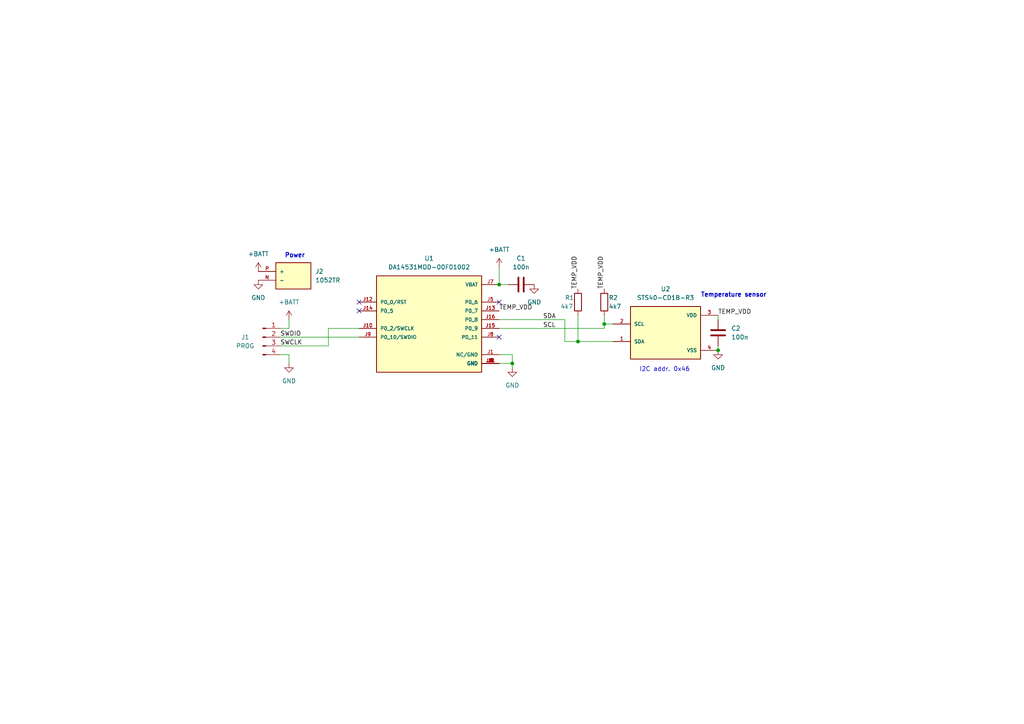
<source format=kicad_sch>
(kicad_sch (version 20211123) (generator eeschema)
  (paper "A4")
  (lib_symbols
    (symbol "1052TR:1052TR" (pin_names (offset 1.016))
      (property "Reference" "J" (at -5.08 2.54 0))
      (property "Value" "1052TR" (at -5.08 -7.62 0))
      (symbol "1052TR_0_0"
        (rectangle (start -5.08 -5.08) (end 5.08 2.54) (stroke (width 0.254)) (fill (type background)))
        (pin passive line (at -10.16 -2.54 0) (length 5.08) (name "-") (number "N"))
        (pin passive line (at -10.16 0 0) (length 5.08) (name "+") (number "P"))
      )
    )
    (symbol "Connector:Conn_01x04_Male" (pin_names (offset 1.016) hide)
      (property "Reference" "J" (at 0 5.08 0))
      (property "Value" "Conn_01x04_Male" (at 0 -7.62 0))
      (symbol "Conn_01x04_Male_1_1"
        (polyline (pts (xy 1.27 -5.08) (xy 0.8636 -5.08)) (stroke (width 0.1524)))
        (polyline (pts (xy 1.27 -2.54) (xy 0.8636 -2.54)) (stroke (width 0.1524)))
        (polyline (pts (xy 1.27 0) (xy 0.8636 0)) (stroke (width 0.1524)))
        (polyline (pts (xy 1.27 2.54) (xy 0.8636 2.54)) (stroke (width 0.1524)))
        (rectangle (start 0.8636 -4.953) (end 0 -5.207) (stroke (width 0.1524)) (fill (type outline)))
        (rectangle (start 0.8636 -2.413) (end 0 -2.667) (stroke (width 0.1524)) (fill (type outline)))
        (rectangle (start 0.8636 0.127) (end 0 -0.127) (stroke (width 0.1524)) (fill (type outline)))
        (rectangle (start 0.8636 2.667) (end 0 2.413) (stroke (width 0.1524)) (fill (type outline)))
        (pin passive line (at 5.08 2.54 180) (length 3.81) (name "Pin_1") (number "1"))
        (pin passive line (at 5.08 0 180) (length 3.81) (name "Pin_2") (number "2"))
        (pin passive line (at 5.08 -2.54 180) (length 3.81) (name "Pin_3") (number "3"))
        (pin passive line (at 5.08 -5.08 180) (length 3.81) (name "Pin_4") (number "4"))
      )
    )
    (symbol "DA14531MOD-00F01002:DA14531MOD-00F01002" (pin_names (offset 1.016))
      (property "Reference" "U" (at -15.24 13.97 0))
      (property "Value" "DA14531MOD-00F01002" (at -15.24 -16.51 0))
      (symbol "DA14531MOD-00F01002_0_0"
        (rectangle (start -15.24 -15.24) (end 15.24 12.7) (stroke (width 0.254)) (fill (type background)))
        (pin passive line (at 20.32 -10.16 180) (length 5.08) (name "NC/GND") (number "J1"))
        (pin bidirectional line (at -20.32 -2.54 0) (length 5.08) (name "P0_2/SWCLK") (number "J10"))
        (pin power_in line (at 20.32 -12.7 180) (length 5.08) (name "GND") (number "J11"))
        (pin bidirectional line (at -20.32 5.08 0) (length 5.08) (name "P0_0/RST") (number "J12"))
        (pin bidirectional line (at 20.32 2.54 180) (length 5.08) (name "P0_7") (number "J13"))
        (pin bidirectional line (at -20.32 2.54 0) (length 5.08) (name "P0_5") (number "J14"))
        (pin bidirectional line (at 20.32 -2.54 180) (length 5.08) (name "P0_9") (number "J15"))
        (pin bidirectional line (at 20.32 0 180) (length 5.08) (name "P0_8") (number "J16"))
        (pin power_in line (at 20.32 -12.7 180) (length 5.08) (name "GND") (number "J2"))
        (pin power_in line (at 20.32 -12.7 180) (length 5.08) (name "GND") (number "J3"))
        (pin power_in line (at 20.32 -12.7 180) (length 5.08) (name "GND") (number "J4"))
        (pin bidirectional line (at 20.32 5.08 180) (length 5.08) (name "P0_6") (number "J5"))
        (pin power_in line (at 20.32 -12.7 180) (length 5.08) (name "GND") (number "J6"))
        (pin power_in line (at 20.32 10.16 180) (length 5.08) (name "VBAT") (number "J7"))
        (pin bidirectional line (at 20.32 -5.08 180) (length 5.08) (name "P0_11") (number "J8"))
        (pin bidirectional line (at -20.32 -5.08 0) (length 5.08) (name "P0_10/SWDIO") (number "J9"))
      )
    )
    (symbol "Device:C" (pin_numbers hide) (pin_names (offset 0.254))
      (property "Reference" "C" (at 0.635 2.54 0))
      (property "Value" "C" (at 0.635 -2.54 0))
      (symbol "C_0_1"
        (polyline (pts (xy -2.032 -0.762) (xy 2.032 -0.762)) (stroke (width 0.508)))
        (polyline (pts (xy -2.032 0.762) (xy 2.032 0.762)) (stroke (width 0.508)))
      )
      (symbol "C_1_1"
        (pin passive line (at 0 3.81 270) (length 2.794) (name "~") (number "1"))
        (pin passive line (at 0 -3.81 90) (length 2.794) (name "~") (number "2"))
      )
    )
    (symbol "Device:R" (pin_numbers hide) (pin_names (offset 0))
      (property "Reference" "R" (at 2.032 0 90))
      (property "Value" "R" (at 0 0 90))
      (symbol "R_0_1"
        (rectangle (start -1.016 -2.54) (end 1.016 2.54) (stroke (width 0.254)))
      )
      (symbol "R_1_1"
        (pin passive line (at 0 3.81 270) (length 1.27) (name "~") (number "1"))
        (pin passive line (at 0 -3.81 90) (length 1.27) (name "~") (number "2"))
      )
    )
    (symbol "STS4X:STS4X" (pin_names (offset 1.016))
      (property "Reference" "U" (at -10.16 8.89 0))
      (property "Value" "STS4X" (at -10.16 -10.16 0))
      (symbol "STS4X_0_0"
        (rectangle (start -10.16 -7.62) (end 10.16 7.62) (stroke (width 0.254)) (fill (type background)))
        (pin bidirectional line (at -15.24 -2.54 0) (length 5.08) (name "SDA") (number "1"))
        (pin input line (at -15.24 2.54 0) (length 5.08) (name "SCL") (number "2"))
        (pin power_in line (at 15.24 5.08 180) (length 5.08) (name "VDD") (number "3"))
        (pin power_in line (at 15.24 -5.08 180) (length 5.08) (name "VSS") (number "4"))
      )
    )
    (symbol "power:+BATT" (power) (pin_names (offset 0))
      (property "Value" "+BATT" (at 0 3.556 0))
      (symbol "+BATT_0_1"
        (polyline (pts (xy -0.762 1.27) (xy 0 2.54)))
        (polyline (pts (xy 0 0) (xy 0 2.54)))
        (polyline (pts (xy 0 2.54) (xy 0.762 1.27)))
      )
      (symbol "+BATT_1_1"
        (pin power_in line (at 0 0 90) (length 0) hide (name "+BATT") (number "1"))
      )
    )
    (symbol "power:GND" (power) (pin_names (offset 0))
      (property "Value" "GND" (at 0 -3.81 0))
      (symbol "GND_0_1"
        (polyline (pts (xy 0 0) (xy 0 -1.27) (xy 1.27 -1.27) (xy 0 -2.54) (xy -1.27 -1.27) (xy 0 -1.27)))
      )
      (symbol "GND_1_1"
        (pin power_in line (at 0 0 270) (length 0) hide (name "GND") (number "1"))
      )
    )
  )
  (junction (at 167.64 99.06))
  (junction (at 208.28 101.6))
  (junction (at 144.78 82.55))
  (junction (at 148.59 105.41))
  (junction (at 175.26 93.98))
  (no_connect (at 144.78 87.63))
  (no_connect (at 144.78 97.79))
  (no_connect (at 104.14 90.17))
  (no_connect (at 104.14 87.63))
  (wire (pts (xy 208.28 100.33) (xy 208.28 101.6)))
  (wire (pts (xy 144.78 92.71) (xy 163.83 92.71)))
  (wire (pts (xy 144.78 105.41) (xy 148.59 105.41)))
  (wire (pts (xy 175.26 91.44) (xy 175.26 93.98)))
  (wire (pts (xy 144.78 102.87) (xy 148.59 102.87)))
  (wire (pts (xy 163.83 92.71) (xy 163.83 99.06)))
  (wire (pts (xy 81.28 97.79) (xy 104.14 97.79)))
  (wire (pts (xy 208.28 91.44) (xy 208.28 92.71)))
  (wire (pts (xy 95.25 95.25) (xy 104.14 95.25)))
  (wire (pts (xy 148.59 105.41) (xy 148.59 106.68)))
  (wire (pts (xy 167.64 99.06) (xy 177.8 99.06)))
  (wire (pts (xy 163.83 99.06) (xy 167.64 99.06)))
  (wire (pts (xy 167.64 91.44) (xy 167.64 99.06)))
  (wire (pts (xy 81.28 95.25) (xy 83.82 95.25)))
  (wire (pts (xy 83.82 102.87) (xy 83.82 105.41)))
  (wire (pts (xy 83.82 92.71) (xy 83.82 95.25)))
  (wire (pts (xy 144.78 82.55) (xy 147.32 82.55)))
  (wire (pts (xy 148.59 102.87) (xy 148.59 105.41)))
  (wire (pts (xy 95.25 100.33) (xy 95.25 95.25)))
  (wire (pts (xy 175.26 93.98) (xy 177.8 93.98)))
  (wire (pts (xy 175.26 95.25) (xy 175.26 93.98)))
  (wire (pts (xy 81.28 100.33) (xy 95.25 100.33)))
  (wire (pts (xy 144.78 77.47) (xy 144.78 82.55)))
  (wire (pts (xy 144.78 95.25) (xy 175.26 95.25)))
  (wire (pts (xy 81.28 102.87) (xy 83.82 102.87)))
  (text "Power" (at 82.55 74.93 0) (effects (font (size 1.27 1.27) (thickness 0.254) bold) (justify left bottom)))
  (text "I2C addr. 0x46" (at 185.42 107.95 0) (effects (font (size 1.27 1.27)) (justify left bottom)))
  (text "Temperature sensor" (at 203.2 86.36 0) (effects (font (size 1.27 1.27) (thickness 0.254) bold) (justify left bottom)))
  (label "TEMP_VDD" (at 167.64 83.82 90))
  (label "SDA" (at 157.48 92.71 0))
  (label "TEMP_VDD" (at 208.28 91.44 0))
  (label "SWCLK" (at 81.28 100.33 0))
  (label "SWDIO" (at 81.28 97.79 0))
  (label "SCL" (at 157.48 95.25 0))
  (label "TEMP_VDD" (at 175.26 83.82 90))
  (label "TEMP_VDD" (at 144.78 90.17 0))
  (symbol (lib_id "Device:C") (at 208.28 96.52 180) (unit 1)
    (property "Reference" "C2" (at 212.09 95.2499 0) (effects (justify right)))
    (property "Value" "100n" (at 212.09 97.7899 0) (effects (justify right)))
    (property "Footprint" "Capacitor_SMD:C_0603_1608Metric_Pad1.08x0.95mm_HandSolder" (effects hide))
  )
  (symbol (lib_id "Device:R") (at 167.64 87.63 0) (unit 1)
    (property "Reference" "R1" (at 163.83 86.36 0) (effects (justify left)))
    (property "Value" "4k7" (at 162.56 88.9 0) (effects (justify left)))
    (property "Footprint" "Resistor_SMD:R_0603_1608Metric_Pad0.98x0.95mm_HandSolder" (effects hide))
  )
  (symbol (lib_id "Connector:Conn_01x04_Male") (at 76.2 97.79 0) (unit 1)
    (property "Reference" "J1" (at 71.12 97.79 0))
    (property "Value" "PROG" (at 71.12 100.33 0))
    (property "Footprint" "Connector_PinHeader_2.54mm:PinHeader_1x04_P2.54mm_Vertical" (effects hide))
  )
  (symbol (lib_id "power:GND") (at 208.28 101.6 0) (unit 1)
    (property "Reference" "#PWR08" (effects hide))
    (property "Value" "GND" (at 208.28 106.68 0))
  )
  (symbol (lib_id "STS4X:STS4X") (at 193.04 96.52 0) (unit 1)
    (property "Reference" "U2" (at 193.04 83.82 0))
    (property "Value" "STS40-CD1B-R3" (at 193.04 86.36 0))
    (property "Footprint" "STS4X" (effects hide))
  )
  (symbol (lib_id "Device:R") (at 175.26 87.63 0) (unit 1)
    (property "Reference" "R2" (at 176.53 86.36 0) (effects (justify left)))
    (property "Value" "4k7" (at 176.53 88.9 0) (effects (justify left)))
    (property "Footprint" "Resistor_SMD:R_0603_1608Metric_Pad0.98x0.95mm_HandSolder" (effects hide))
  )
  (symbol (lib_id "power:+BATT") (at 74.93 78.74 0) (unit 1)
    (property "Reference" "#PWR01" (effects hide))
    (property "Value" "+BATT" (at 74.93 73.66 0))
  )
  (symbol (lib_id "power:GND") (at 154.94 82.55 0) (unit 1)
    (property "Reference" "#PWR07" (effects hide))
    (property "Value" "GND" (at 154.94 87.63 0))
  )
  (symbol (lib_id "power:GND") (at 148.59 106.68 0) (unit 1)
    (property "Reference" "#PWR06" (effects hide))
    (property "Value" "GND" (at 148.59 111.76 0))
  )
  (symbol (lib_id "1052TR:1052TR") (at 85.09 78.74 0) (unit 1)
    (property "Reference" "J2" (at 91.44 78.7399 0) (effects (justify left)))
    (property "Value" "1052TR" (at 91.44 81.2799 0) (effects (justify left)))
    (property "Footprint" "KEYSTONE_1052TR" (effects hide))
    (property "MAXIMUM_PACKAGE_HIEGHT" "7.47mm" (effects hide))
    (property "MANUFACTURER" "KEYSTONE" (effects hide))
    (property "PARTREV" "B" (effects hide))
    (property "STANDARD" "Manufacturer Recommendations" (effects hide))
  )
  (symbol (lib_id "power:GND") (at 74.93 81.28 0) (unit 1)
    (property "Reference" "#PWR02" (effects hide))
    (property "Value" "GND" (at 74.93 86.36 0))
  )
  (symbol (lib_id "DA14531MOD-00F01002:DA14531MOD-00F01002") (at 124.46 92.71 0) (unit 1)
    (property "Reference" "U1" (at 124.46 74.93 0))
    (property "Value" "DA14531MOD-00F01002" (at 124.46 77.47 0))
    (property "Footprint" "XCVR_DA14531MOD-00F01002" (effects hide))
    (property "STANDARD" "Manufacturer Recommendations" (effects hide))
    (property "PARTREV" "3.1" (effects hide))
    (property "MANUFACTURER" "Dialog Semiconductor" (effects hide))
    (property "MAXIMUM_PACKAGE_HEIGHT" "3.05mm" (effects hide))
  )
  (symbol (lib_id "power:+BATT") (at 144.78 77.47 0) (unit 1)
    (property "Reference" "#PWR05" (effects hide))
    (property "Value" "+BATT" (at 144.78 72.39 0))
  )
  (symbol (lib_id "Device:C") (at 151.13 82.55 90) (unit 1)
    (property "Reference" "C1" (at 151.13 74.93 90))
    (property "Value" "100n" (at 151.13 77.47 90))
    (property "Footprint" "Capacitor_SMD:C_0603_1608Metric_Pad1.08x0.95mm_HandSolder" (effects hide))
  )
  (symbol (lib_id "power:GND") (at 83.82 105.41 0) (unit 1)
    (property "Reference" "#PWR04" (effects hide))
    (property "Value" "GND" (at 83.82 110.49 0))
  )
  (symbol (lib_id "power:+BATT") (at 83.82 92.71 0) (unit 1)
    (property "Reference" "#PWR03" (effects hide))
    (property "Value" "+BATT" (at 83.82 87.63 0))
  )
)
</source>
